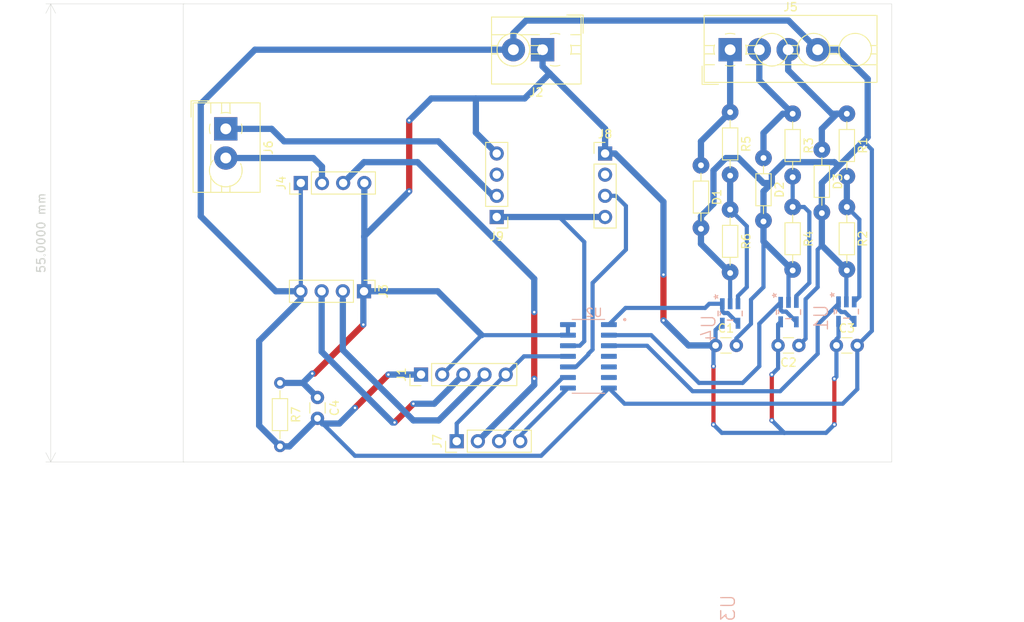
<source format=kicad_pcb>
(kicad_pcb (version 20240108) (generator "pcbnew") (generator_version "8.0")
  (layers (0 "F.Cu" signal) (31 "B.Cu" signal) (34 "B.Paste" user) (35 "F.Paste" user) (36 "B.SilkS" user "B.Silkscreen") (37 "F.SilkS" user "F.Silkscreen") (38 "B.Mask" user) (39 "F.Mask" user) (44 "Edge.Cuts" user))
  (net 0 "")
  (net 1 "Net-(D1-K)")
  (net 2 "Net-(D2-K)")
  (net 3 "GND")
  (net 4 "Net-(D3-K)")
  (net 5 "+3V3")
  (net 6 "Net-(J4-Pin_2)")
  (net 7 "Net-(J1-Pin_5)")
  (net 8 "Net-(J1-Pin_3)")
  (net 9 "Net-(J1-Pin_4)")
  (net 10 "Net-(J6-Pin_1)")
  (net 11 "Net-(U1-+IN)")
  (net 12 "Net-(U3-+IN)")
  (net 13 "Net-(U4-+IN)")
  (net 14 "Net-(J7-Pin_3)")
  (net 15 "Net-(U2-CH1)")
  (net 18 "Net-(U1--IN)")
  (net 20 "Net-(J7-Pin_4)")
  (net 21 "Net-(J8-Pin_3)")
  (net 22 "Net-(J4-Pin_3)")
  (net 25 "Net-(U2-CH0)")
  (footprint "Resistor_THT:R_Axial_DIN0204_L3.6mm_D1.6mm_P7.62mm_Horizontal" (layer "F.Cu") (at 163.5 58.69 -90)
    (property "Reference" "R1" (at 3.81 -1.92 90) (layer "F.SilkS"))
    (property "Value" "R")
    (pad "1" thru_hole circle (at 0 0 270) (size 2 2) (drill 0.7) (layers "*.Cu" "*.Mask") (net 4 "Net-(D3-K)"))
    (pad "2" thru_hole oval (at 7.62 0 270) (size 2 2) (drill 0.7 (offset -0.12 0)) (layers "*.Cu" "*.Mask") (net 11 "Net-(U1-+IN)"))
  )
  (footprint "Capacitor_THT:C_Disc_D3.0mm_W1.6mm_P2.50mm" (layer "F.Cu") (at 100 92.75 -90)
    (property "Reference" "C4" (at 1.25 -2.05 90) (layer "F.SilkS"))
    (property "Value" "C")
    (pad "1" thru_hole circle (at 0 0 270) (size 1.6 1.6) (drill 0.8) (layers "*.Cu" "*.Mask") (net 5 "+3V3"))
    (pad "2" thru_hole circle (at 2.5 0 270) (size 1.6 1.6) (drill 0.8) (layers "*.Cu" "*.Mask") (net 3 "GND"))
  )
  (footprint "Connector_PinHeader_2.54mm:PinHeader_1x04_P2.54mm_Vertical" (layer "F.Cu") (at 116.7 98 90)
    (property "Reference" "J7" (at 0 -2.33 90) (layer "F.SilkS"))
    (property "Value" "Conn_01x04_MountingPin" (hide yes))
    (pad "1" thru_hole rect (at 0 0 90) (size 1.7 1.7) (drill 1) (layers "*.Cu" "*.Mask") (net 7 "Net-(J1-Pin_5)"))
    (pad "2" thru_hole oval (at 0 2.54 90) (size 1.7 1.7) (drill 1) (layers "*.Cu" "*.Mask") (net 22 "Net-(J4-Pin_3)"))
    (pad "3" thru_hole oval (at 0 5.08 90) (size 1.7 1.7) (drill 1) (layers "*.Cu" "*.Mask") (net 14 "Net-(J7-Pin_3)"))
    (pad "4" thru_hole oval (at 0 7.62 90) (size 1.7 1.7) (drill 1) (layers "*.Cu" "*.Mask") (net 20 "Net-(J7-Pin_4)"))
  )
  (footprint "Resistor_THT:R_Axial_DIN0204_L3.6mm_D1.6mm_P7.62mm_Horizontal" (layer "F.Cu") (at 157 58.69 -90)
    (property "Reference" "R3" (at 3.81 -1.92 90) (layer "F.SilkS"))
    (property "Value" "R")
    (pad "1" thru_hole circle (at 0 0 270) (size 2 2) (drill 0.7) (layers "*.Cu" "*.Mask") (net 2 "Net-(D2-K)"))
    (pad "2" thru_hole oval (at 7.62 0 270) (size 2 2) (drill 0.7 (offset -0.12 0)) (layers "*.Cu" "*.Mask") (net 12 "Net-(U3-+IN)"))
  )
  (footprint "TerminalBlock:TerminalBlock_MaiXu_MX126-5.0-04P_1x04_P5.00mm" (layer "F.Cu") (at 149.5 51)
    (property "Reference" "J5" (at 7.25 -5.12 0) (layer "F.SilkS"))
    (property "Value" "Conn_01x04_MountingPin")
    (pad "1" thru_hole rect (at 0 0) (size 2.8 2.8) (drill 1.3) (layers "*.Cu" "*.Mask") (net 1 "Net-(D1-K)"))
    (pad "2" thru_hole circle (at 3.5 0) (size 2.8 2.8) (drill 1.3) (layers "*.Cu" "*.Mask") (net 2 "Net-(D2-K)"))
    (pad "3" thru_hole circle (at 6.960805 -0.000052) (size 2.8 2.8) (drill 1.3) (layers "*.Cu" "*.Mask") (net 4 "Net-(D3-K)"))
    (pad "4" thru_hole circle (at 10.5 0) (size 2.8 2.8) (drill 1.3) (layers "*.Cu" "*.Mask") (net 3 "GND"))
  )
  (footprint "Resistor_THT:R_Axial_DIN0204_L3.6mm_D1.6mm_P7.62mm_Horizontal" (layer "F.Cu") (at 160.5 63 -90)
    (property "Reference" "D3" (at 3.81 -1.92 90) (layer "F.SilkS"))
    (property "Value" "D")
    (pad "1" thru_hole circle (at 0 0 270) (size 2 2) (drill 0.7) (layers "*.Cu" "*.Mask") (net 4 "Net-(D3-K)"))
    (pad "2" thru_hole oval (at 7.62 0 270) (size 2 2) (drill 0.7 (offset -0.12 0)) (layers "*.Cu" "*.Mask") (net 3 "GND"))
  )
  (footprint "Resistor_THT:R_Axial_DIN0204_L3.6mm_D1.6mm_P7.62mm_Horizontal" (layer "F.Cu") (at 153.5 64 -90)
    (property "Reference" "D2" (at 3.81 -1.92 90) (layer "F.SilkS"))
    (property "Value" "D")
    (pad "1" thru_hole circle (at 0 0 270) (size 2 2) (drill 0.7) (layers "*.Cu" "*.Mask") (net 2 "Net-(D2-K)"))
    (pad "2" thru_hole oval (at 7.62 0 270) (size 2 2) (drill 0.7 (offset -0.12 0)) (layers "*.Cu" "*.Mask") (net 3 "GND"))
  )
  (footprint "Resistor_THT:R_Axial_DIN0204_L3.6mm_D1.6mm_P7.62mm_Horizontal" (layer "F.Cu") (at 157 69.88 -90)
    (property "Reference" "R4" (at 3.81 -1.92 90) (layer "F.SilkS"))
    (property "Value" "R")
    (pad "1" thru_hole circle (at 0 0 270) (size 2 2) (drill 0.7) (layers "*.Cu" "*.Mask") (net 12 "Net-(U3-+IN)"))
    (pad "2" thru_hole oval (at 7.62 0 270) (size 2 2) (drill 0.7 (offset -0.12 0)) (layers "*.Cu" "*.Mask") (net 3 "GND"))
  )
  (footprint "Connector_PinHeader_2.54mm:PinHeader_1x04_P2.54mm_Vertical" (layer "F.Cu") (at 105.58 80 -90)
    (property "Reference" "J3" (at 0 -2.33 90) (layer "F.SilkS"))
    (property "Value" "Conn_01x04_MountingPin")
    (pad "1" thru_hole rect (at 0 0 270) (size 1.7 1.7) (drill 1) (layers "*.Cu" "*.Mask") (net 5 "+3V3"))
    (pad "2" thru_hole oval (at 0 2.54 270) (size 1.7 1.7) (drill 1) (layers "*.Cu" "*.Mask") (net 9 "Net-(J1-Pin_4)"))
    (pad "3" thru_hole oval (at 0 5.08 270) (size 1.7 1.7) (drill 1) (layers "*.Cu" "*.Mask") (net 8 "Net-(J1-Pin_3)"))
    (pad "4" thru_hole oval (at 0 7.62 270) (size 1.7 1.7) (drill 1) (layers "*.Cu" "*.Mask") (net 3 "GND"))
  )
  (footprint "Resistor_THT:R_Axial_DIN0204_L3.6mm_D1.6mm_P7.62mm_Horizontal" (layer "F.Cu") (at 146 64.88 -90)
    (property "Reference" "D1" (at 3.81 -1.92 90) (layer "F.SilkS"))
    (property "Value" "D")
    (pad "1" thru_hole circle (at 0 0 270) (size 2 2) (drill 0.7) (layers "*.Cu" "*.Mask") (net 1 "Net-(D1-K)"))
    (pad "2" thru_hole oval (at 7.62 0 270) (size 2 2) (drill 0.7 (offset -0.12 0)) (layers "*.Cu" "*.Mask") (net 3 "GND"))
  )
  (footprint "TerminalBlock:TerminalBlock_MaiXu_MX126-5.0-02P_1x02_P5.00mm" (layer "F.Cu") (at 89 60.5 -90)
    (property "Reference" "J6" (at 2.25 -5.12 90) (layer "F.SilkS"))
    (property "Value" "Conn_01x02")
    (pad "1" thru_hole rect (at 0 0 270) (size 2.8 2.8) (drill 1.3) (layers "*.Cu" "*.Mask") (net 10 "Net-(J6-Pin_1)"))
    (pad "2" thru_hole circle (at 3.5 0 270) (size 2.8 2.8) (drill 1.3) (layers "*.Cu" "*.Mask") (net 6 "Net-(J4-Pin_2)"))
  )
  (footprint "Connector_PinHeader_2.54mm:PinHeader_1x04_P2.54mm_Vertical" (layer "F.Cu") (at 98 67 90)
    (property "Reference" "J4" (at 0 -2.33 90) (layer "F.SilkS"))
    (property "Value" "Conn_01x04_MountingPin" (hide yes))
    (pad "1" thru_hole rect (at 0 0 90) (size 1.7 1.7) (drill 1) (layers "*.Cu" "*.Mask") (net 3 "GND"))
    (pad "2" thru_hole oval (at 0 2.54 90) (size 1.7 1.7) (drill 1) (layers "*.Cu" "*.Mask") (net 6 "Net-(J4-Pin_2)"))
    (pad "3" thru_hole oval (at 0 5.08 90) (size 1.7 1.7) (drill 1) (layers "*.Cu" "*.Mask") (net 22 "Net-(J4-Pin_3)"))
    (pad "4" thru_hole oval (at 0 7.62 90) (size 1.7 1.7) (drill 1) (layers "*.Cu" "*.Mask") (net 5 "+3V3"))
  )
  (footprint "Connector_PinHeader_2.54mm:PinHeader_1x05_P2.54mm_Vertical" (layer "F.Cu") (at 112.42 90 90)
    (property "Reference" "J1" (at 0 -2.33 90) (layer "F.SilkS"))
    (property "Value" "Conn_01x05_MountingPin")
    (pad "1" thru_hole rect (at 0 0 90) (size 1.7 1.7) (drill 1) (layers "*.Cu" "*.Mask") (net 3 "GND"))
    (pad "2" thru_hole oval (at 0 2.54 90) (size 1.7 1.7) (drill 1) (layers "*.Cu" "*.Mask") (net 5 "+3V3"))
    (pad "3" thru_hole oval (at 0 5.08 90) (size 1.7 1.7) (drill 1) (layers "*.Cu" "*.Mask") (net 8 "Net-(J1-Pin_3)"))
    (pad "4" thru_hole oval (at 0 7.62 90) (size 1.7 1.7) (drill 1) (layers "*.Cu" "*.Mask") (net 9 "Net-(J1-Pin_4)"))
    (pad "5" thru_hole oval (at 0 10.16 90) (size 1.7 1.7) (drill 1) (layers "*.Cu" "*.Mask") (net 7 "Net-(J1-Pin_5)"))
  )
  (footprint "Capacitor_THT:C_Disc_D3.0mm_W1.6mm_P2.50mm" (layer "F.Cu") (at 162.25 86.5)
    (property "Reference" "C3" (at 1.25 -2.05 0) (layer "F.SilkS"))
    (property "Value" "C")
    (pad "1" thru_hole circle (at 0 0) (size 1.6 1.6) (drill 0.8) (layers "*.Cu" "*.Mask") (net 5 "+3V3"))
    (pad "2" thru_hole circle (at 2.5 0) (size 1.6 1.6) (drill 0.8) (layers "*.Cu" "*.Mask") (net 3 "GND"))
  )
  (footprint "Capacitor_THT:C_Disc_D3.0mm_W1.6mm_P2.50mm" (layer "F.Cu") (at 147.75 86.5)
    (property "Reference" "C1" (at 1.25 -2.05 0) (layer "F.SilkS"))
    (property "Value" "C")
    (pad "1" thru_hole circle (at 0 0) (size 1.6 1.6) (drill 0.8) (layers "*.Cu" "*.Mask") (net 5 "+3V3"))
    (pad "2" thru_hole circle (at 2.5 0) (size 1.6 1.6) (drill 0.8) (layers "*.Cu" "*.Mask") (net 3 "GND"))
  )
  (footprint "Capacitor_THT:C_Disc_D3.0mm_W1.6mm_P2.50mm" (layer "F.Cu") (at 157.75 86.5 180)
    (property "Reference" "C2" (at 1.25 -2.05 0) (layer "F.SilkS"))
    (property "Value" "C")
    (pad "1" thru_hole circle (at 0 0 180) (size 1.6 1.6) (drill 0.8) (layers "*.Cu" "*.Mask") (net 3 "GND"))
    (pad "2" thru_hole circle (at 2.5 0 180) (size 1.6 1.6) (drill 0.8) (layers "*.Cu" "*.Mask") (net 5 "+3V3"))
  )
  (footprint "Resistor_THT:R_Axial_DIN0204_L3.6mm_D1.6mm_P7.62mm_Horizontal" (layer "F.Cu") (at 149.5 58.5 -90)
    (property "Reference" "R5" (at 3.81 -1.92 90) (layer "F.SilkS"))
    (property "Value" "R")
    (pad "1" thru_hole circle (at 0 0 270) (size 2 2) (drill 0.7) (layers "*.Cu" "*.Mask") (net 1 "Net-(D1-K)"))
    (pad "2" thru_hole oval (at 7.62 0 270) (size 2 2) (drill 0.7 (offset -0.12 0)) (layers "*.Cu" "*.Mask") (net 13 "Net-(U4-+IN)"))
  )
  (footprint "Resistor_THT:R_Axial_DIN0204_L3.6mm_D1.6mm_P7.62mm_Horizontal" (layer "F.Cu") (at 149.5 70.19 -90)
    (property "Reference" "R6" (at 3.81 -1.92 90) (layer "F.SilkS"))
    (property "Value" "R")
    (pad "1" thru_hole circle (at 0 0 270) (size 2 2) (drill 0.7) (layers "*.Cu" "*.Mask") (net 13 "Net-(U4-+IN)"))
    (pad "2" thru_hole oval (at 7.62 0 270) (size 2 2) (drill 0.7 (offset -0.12 0)) (layers "*.Cu" "*.Mask") (net 3 "GND"))
  )
  (footprint "Resistor_THT:R_Axial_DIN0204_L3.6mm_D1.6mm_P7.62mm_Horizontal" (layer "F.Cu") (at 95.5 91 -90)
    (property "Reference" "R7" (at 3.81 -1.92 90) (layer "F.SilkS"))
    (property "Value" "R")
    (pad "1" thru_hole circle (at 0 0 270) (size 1.4 1.4) (drill 0.7) (layers "*.Cu" "*.Mask") (net 5 "+3V3"))
    (pad "2" thru_hole oval (at 7.62 0 270) (size 1.4 1.4) (drill 0.7) (layers "*.Cu" "*.Mask") (net 3 "GND"))
  )
  (footprint "Connector_PinHeader_2.54mm:PinHeader_1x04_P2.54mm_Vertical" (layer "F.Cu") (at 134.5 63.46)
    (property "Reference" "J8" (at 0 -2.33 0) (layer "F.SilkS"))
    (property "Value" "Conn_01x04_MountingPin")
    (pad "1" thru_hole rect (at 0 0) (size 1.7 1.7) (drill 1) (layers "*.Cu" "*.Mask") (net 5 "+3V3"))
    (pad "2" thru_hole oval (at 0 2.54) (size 1.7 1.7) (drill 1) (layers "*.Cu" "*.Mask"))
    (pad "3" thru_hole oval (at 0 5.08) (size 1.7 1.7) (drill 1) (layers "*.Cu" "*.Mask") (net 21 "Net-(J8-Pin_3)"))
    (pad "4" thru_hole oval (at 0 7.62) (size 1.7 1.7) (drill 1) (layers "*.Cu" "*.Mask") (net 3 "GND"))
  )
  (footprint "Connector_PinHeader_2.54mm:PinHeader_1x04_P2.54mm_Vertical" (layer "F.Cu") (at 121.5 71.08 180)
    (property "Reference" "J9" (at 0 -2.33 0) (layer "F.SilkS"))
    (property "Value" "Conn_01x04_MountingPin")
    (pad "1" thru_hole rect (at 0 0 180) (size 1.7 1.7) (drill 1) (layers "*.Cu" "*.Mask") (net 3 "GND"))
    (pad "2" thru_hole oval (at 0 2.54 180) (size 1.7 1.7) (drill 1) (layers "*.Cu" "*.Mask") (net 10 "Net-(J6-Pin_1)"))
    (pad "3" thru_hole oval (at 0 5.08 180) (size 1.7 1.7) (drill 1) (layers "*.Cu" "*.Mask"))
    (pad "4" thru_hole oval (at 0 7.62 180) (size 1.7 1.7) (drill 1) (layers "*.Cu" "*.Mask") (net 5 "+3V3"))
  )
  (footprint "Resistor_THT:R_Axial_DIN0204_L3.6mm_D1.6mm_P7.62mm_Horizontal" (layer "F.Cu") (at 163.5 69.88 -90)
    (property "Reference" "R2" (at 3.81 -1.92 90) (layer "F.SilkS"))
    (property "Value" "R")
    (pad "1" thru_hole circle (at 0 0 270) (size 2 2) (drill 0.7) (layers "*.Cu" "*.Mask") (net 11 "Net-(U1-+IN)"))
    (pad "2" thru_hole oval (at 7.62 0 270) (size 2 2) (drill 0.7 (offset -0.12 0)) (layers "*.Cu" "*.Mask") (net 3 "GND"))
  )
  (footprint "TerminalBlock:TerminalBlock_MaiXu_MX126-5.0-02P_1x02_P5.00mm" (layer "F.Cu") (at 128.5 51 180)
    (property "Reference" "J2" (at 2.25 -5.12 0) (layer "F.SilkS"))
    (property "Value" "Conn_01x02")
    (pad "1" thru_hole rect (at 1.5 0 180) (size 2.8 2.8) (drill 1.3) (layers "*.Cu" "*.Mask") (net 5 "+3V3"))
    (pad "2" thru_hole circle (at 5 0 180) (size 2.8 2.8) (drill 1.3) (layers "*.Cu" "*.Mask") (net 3 "GND"))
  )
  (footprint "Library:AD3603" (layer "B.Cu") (at 149.5 82.6684 -90)
    (property "Reference" "U4" (at 1.7526 2.5814 90) (layer "B.SilkS") (effects (font (size 1.64 1.64)) (justify mirror)))
    (property "Value" "AD8603AUJZ-R2")
    (fp_text user "*" (at -2.0066 1.3716 90) (layer "B.SilkS") (effects (justify mirror)))
    (pad "1" smd rect (at -1.1684 0.9398 270) (size 1.3208 0.5588) (layers "B.Cu" "B.Paste" "B.Mask") (net 25 "Net-(U2-CH0)"))
    (pad "2" smd rect (at -1.1684 0 270) (size 1.3208 0.5588) (layers "B.Cu" "B.Paste" "B.Mask") (net 3 "GND"))
    (pad "3" smd rect (at -1.1684 -0.9398 270) (size 1.3208 0.5588) (layers "B.Cu" "B.Paste" "B.Mask") (net 13 "Net-(U4-+IN)"))
    (pad "4" smd rect (at 1.1684 -0.9398 270) (size 1.3208 0.5588) (layers "B.Cu" "B.Paste" "B.Mask") (net 25 "Net-(U2-CH0)"))
    (pad "5" smd rect (at 1.1684 0.9398 270) (size 1.3208 0.5588) (layers "B.Cu" "B.Paste" "B.Mask") (net 5 "+3V3"))
  )
  (footprint "Library:MCP3004 ISL" (layer "B.Cu") (at 132.5 87.81 180)
    (property "Reference" "U2" (at -0.675 5.242 0) (layer "B.SilkS") (effects (justify mirror)))
    (property "Value" "MCP3004-I_P")
    (pad "1" smd roundrect (at -2.455 3.81 180) (size 1.9 0.6) (layers "B.Cu" "B.Paste" "B.Mask") (roundrect_rratio 0.125) (net 25 "Net-(U2-CH0)"))
    (pad "2" smd roundrect (at -2.455 2.54 180) (size 1.9 0.6) (layers "B.Cu" "B.Paste" "B.Mask") (roundrect_rratio 0.125) (net 15 "Net-(U2-CH1)"))
    (pad "3" smd roundrect (at -2.455 1.27 180) (size 1.9 0.6) (layers "B.Cu" "B.Paste" "B.Mask") (roundrect_rratio 0.125) (net 18 "Net-(U1--IN)"))
    (pad "4" smd roundrect (at -2.455 0 180) (size 1.9 0.6) (layers "B.Cu" "B.Paste" "B.Mask") (roundrect_rratio 0.125))
    (pad "5" smd roundrect (at -2.455 -1.27 180) (size 1.9 0.6) (layers "B.Cu" "B.Paste" "B.Mask") (roundrect_rratio 0.125))
    (pad "6" smd roundrect (at -2.455 -2.54 180) (size 1.9 0.6) (layers "B.Cu" "B.Paste" "B.Mask") (roundrect_rratio 0.125))
    (pad "7" smd roundrect (at -2.455 -3.81 180) (size 1.9 0.6) (layers "B.Cu" "B.Paste" "B.Mask") (roundrect_rratio 0.125) (net 3 "GND"))
    (pad "8" smd roundrect (at 2.455 -3.81 180) (size 1.9 0.6) (layers "B.Cu" "B.Paste" "B.Mask") (roundrect_rratio 0.125) (net 20 "Net-(J7-Pin_4)"))
    (pad "9" smd roundrect (at 2.455 -2.54 180) (size 1.9 0.6) (layers "B.Cu" "B.Paste" "B.Mask") (roundrect_rratio 0.125) (net 14 "Net-(J7-Pin_3)"))
    (pad "10" smd roundrect (at 2.455 -1.27 180) (size 1.9 0.6) (layers "B.Cu" "B.Paste" "B.Mask") (roundrect_rratio 0.125) (net 21 "Net-(J8-Pin_3)"))
    (pad "11" smd roundrect (at 2.455 0 180) (size 1.9 0.6) (layers "B.Cu" "B.Paste" "B.Mask") (roundrect_rratio 0.125) (net 7 "Net-(J1-Pin_5)"))
    (pad "12" smd roundrect (at 2.455 1.27 180) (size 1.9 0.6) (layers "B.Cu" "B.Paste" "B.Mask") (roundrect_rratio 0.125) (net 3 "GND"))
    (pad "13" smd roundrect (at 2.455 2.54 180) (size 1.9 0.6) (layers "B.Cu" "B.Paste" "B.Mask") (roundrect_rratio 0.125) (net 5 "+3V3"))
    (pad "14" smd roundrect (at 2.455 3.81 180) (size 1.9 0.6) (layers "B.Cu" "B.Paste" "B.Mask") (roundrect_rratio 0.125) (net 5 "+3V3"))
  )
  (footprint "Library:AD3603" (layer "B.Cu") (at 156.5 82.5 -90)
    (property "Reference" "U3" (at 35.5252 7.2436 90) (layer "B.SilkS") (effects (font (size 1.64 1.64)) (justify mirror)))
    (property "Value" "AD8603AUJZ-R2")
    (fp_text user "*" (at -2.0066 1.3716 90) (layer "B.SilkS") (effects (justify mirror)))
    (pad "1" smd rect (at -1.1684 0.9398 270) (size 1.3208 0.5588) (layers "B.Cu" "B.Paste" "B.Mask") (net 15 "Net-(U2-CH1)"))
    (pad "2" smd rect (at -1.1684 0 270) (size 1.3208 0.5588) (layers "B.Cu" "B.Paste" "B.Mask") (net 3 "GND"))
    (pad "3" smd rect (at -1.1684 -0.9398 270) (size 1.3208 0.5588) (layers "B.Cu" "B.Paste" "B.Mask") (net 12 "Net-(U3-+IN)"))
    (pad "4" smd rect (at 1.1684 -0.9398 270) (size 1.3208 0.5588) (layers "B.Cu" "B.Paste" "B.Mask") (net 15 "Net-(U2-CH1)"))
    (pad "5" smd rect (at 1.1684 0.9398 270) (size 1.3208 0.5588) (layers "B.Cu" "B.Paste" "B.Mask") (net 5 "+3V3"))
  )
  (footprint "Library:AD3603" (layer "B.Cu") (at 163.4398 82.4398 -90)
    (property "Reference" "U1" (at 0.7526 3.0212 90) (layer "B.SilkS") (effects (font (size 1.64 1.64)) (justify mirror)))
    (property "Value" "AD8603AUJZ-R2")
    (fp_text user "*" (at -2.0066 1.3716 90) (layer "B.SilkS") (effects (justify mirror)))
    (pad "1" smd rect (at -1.1684 0.9398 270) (size 1.3208 0.5588) (layers "B.Cu" "B.Paste" "B.Mask") (net 18 "Net-(U1--IN)"))
    (pad "2" smd rect (at -1.1684 0 270) (size 1.3208 0.5588) (layers "B.Cu" "B.Paste" "B.Mask") (net 3 "GND"))
    (pad "3" smd rect (at -1.1684 -0.9398 270) (size 1.3208 0.5588) (layers "B.Cu" "B.Paste" "B.Mask") (net 11 "Net-(U1-+IN)"))
    (pad "4" smd rect (at 1.1684 -0.9398 270) (size 1.3208 0.5588) (layers "B.Cu" "B.Paste" "B.Mask") (net 18 "Net-(U1--IN)"))
    (pad "5" smd rect (at 1.1684 0.9398 270) (size 1.3208 0.5588) (layers "B.Cu" "B.Paste" "B.Mask") (net 5 "+3V3"))
  )
  (gr_rect (start 83.89 45.5) (end 168.89 100.5) (stroke (width 0.05)) (fill none) (layer "Edge.Cuts"))
  (dimension (type aligned) (layer "Edge.Cuts") (pts (xy 84.5 100.5) (xy 84.5 45.5)) (height -16.5) (gr_text "55,0000 mm" (at 66.85 73 90) (layer "Edge.Cuts") (effects (font (size 1 1) (thickness 0.15)))) (format (prefix "") (suffix "") (units 3) (units_format 1) (precision 4)) (style (thickness 0.05) (arrow_length 1.27) (text_position_mode 0) (extension_height 0.58642) (extension_offset 0.5) keep_text_aligned))
  (segment (start 149.5 58.5) (end 146 62) (width 0.75) (layer "B.Cu") (net 1))
  (segment (start 146 62) (end 146 64.88) (width 0.75) (layer "B.Cu") (net 1))
  (segment (start 149.5 51) (end 149.5 58.5) (width 0.75) (layer "B.Cu") (net 1))
  (segment (start 153 54.69) (end 157 58.69) (width 0.75) (layer "B.Cu") (net 2))
  (segment (start 153 51) (end 153 54.69) (width 0.75) (layer "B.Cu") (net 2))
  (segment (start 153.5 61) (end 153.5 64) (width 0.75) (layer "B.Cu") (net 2))
  (segment (start 155.81 58.69) (end 153.5 61) (width 0.75) (layer "B.Cu") (net 2))
  (segment (start 157 58.69) (end 155.81 58.69) (width 0.75) (layer "B.Cu") (net 2))
  (segment (start 108.5 90) (end 104.5 94) (width 0.75) (layer "F.Cu") (net 3))
  (via (at 108.5 90) (size 0.6) (drill 0.3) (layers "F.Cu" "B.Cu") (net 3))
  (via (at 104.5 94) (size 0.6) (drill 0.3) (layers "F.Cu" "B.Cu") (net 3))
  (segment (start 97.96 80) (end 97.96 79.54) (width 0.5) (layer "B.Cu") (net 3))
  (segment (start 104.5 99.75) (end 100.625 95.875) (width 0.5) (layer "B.Cu") (net 3))
  (segment (start 160 79.5) (end 160 75) (width 0.5) (layer "B.Cu") (net 3))
  (segment (start 154.503439 67.003439) (end 154.503439 65.996561) (width 0.75) (layer "B.Cu") (net 3))
  (segment (start 152 83.901851) (end 152 81) (width 0.5) (layer "B.Cu") (net 3))
  (segment (start 126.825 99.75) (end 104.5 99.75) (width 0.5) (layer "B.Cu") (net 3))
  (segment (start 162.5 65) (end 160.5 67) (width 0.75) (layer "B.Cu") (net 3))
  (segment (start 153.5 68.006877) (end 154.503439 67.003439) (width 0.75) (layer "B.Cu") (net 3))
  (segment (start 164.75 91.75) (end 164.75 86.5) (width 0.5) (layer "B.Cu") (net 3))
  (segment (start 147.5 65.5) (end 149 64) (width 0.75) (layer "B.Cu") (net 3))
  (segment (start 130.045 86.54) (end 131.46 86.54) (width 0.5) (layer "B.Cu") (net 3))
  (segment (start 163.4398 81.2714) (end 163.4398 77.5602) (width 0.5) (layer "B.Cu") (net 3))
  (segment (start 98 79.96) (end 97.96 80) (width 0.5) (layer "B.Cu") (net 3))
  (segment (start 132 74.08) (end 129 71.08) (width 0.5) (layer "B.Cu") (net 3))
  (segment (start 156.5 81.3316) (end 156.5 78) (width 0.5) (layer "B.Cu") (net 3))
  (segment (start 131.46 86.54) (end 132 86) (width 0.5) (layer "B.Cu") (net 3))
  (segment (start 158.549999 80.950001) (end 160 79.5) (width 0.5) (layer "B.Cu") (net 3))
  (segment (start 136.835 93.5) (end 163 93.5) (width 0.5) (layer "B.Cu") (net 3))
  (segment (start 134.955 91.62) (end 126.825 99.75) (width 0.5) (layer "B.Cu") (net 3))
  (segment (start 92.5 51) (end 86 57.5) (width 0.75) (layer "B.Cu") (net 3))
  (segment (start 163.4398 77.5602) (end 163.5 77.5) (width 0.5) (layer "B.Cu") (net 3))
  (segment (start 160.5 67) (end 160.5 70.62) (width 0.75) (layer "B.Cu") (net 3))
  (segment (start 162 64.5) (end 162.5 65) (width 0.75) (layer "B.Cu") (net 3))
  (segment (start 104.5 94) (end 102.625 95.875) (width 0.75) (layer "B.Cu") (net 3))
  (segment (start 123.5 49.020102) (end 125.020102 47.5) (width 0.75) (layer "B.Cu") (net 3))
  (segment (start 160.5 70.62) (end 160.5 74.5) (width 0.75) (layer "B.Cu") (net 3))
  (segment (start 153.503439 67.003439) (end 154.503439 67.003439) (width 0.75) (layer "B.Cu") (net 3))
  (segment (start 150.5 64) (end 153.503439 67.003439) (width 0.75) (layer "B.Cu") (net 3))
  (segment (start 160 51) (end 156.5 47.5) (width 0.75) (layer "B.Cu") (net 3))
  (segment (start 153.5 79.5) (end 153.5 74) (width 0.5) (layer "B.Cu") (net 3))
  (segment (start 86 57.5) (end 86 71) (width 0.75) (layer "B.Cu") (net 3))
  (segment (start 97.96 79.54) (end 98 79.5) (width 0.5) (layer "B.Cu") (net 3))
  (segment (start 150.25 86.5) (end 150.25 85.651851) (width 0.5) (layer "B.Cu") (net 3))
  (segment (start 165.5 62) (end 162.5 65) (width 0.75) (layer "B.Cu") (net 3))
  (segment (start 147.5 69.5) (end 147.5 65.5) (width 0.75) (layer "B.Cu") (net 3))
  (segment (start 98 80.96) (end 97.96 81) (width 0.75) (layer "B.Cu") (net 3))
  (segment (start 146 71) (end 147.5 69.5) (width 0.75) (layer "B.Cu") (net 3))
  (segment (start 156.5 78) (end 157 77.5) (width 0.5) (layer "B.Cu") (net 3))
  (segment (start 86 71) (end 95 80) (width 0.75) (layer "B.Cu") (net 3))
  (segment (start 95 80) (end 97.96 80) (width 0.75) (layer "B.Cu") (net 3))
  (segment (start 154.503439 65.996561) (end 156 64.5) (width 0.75) (layer "B.Cu") (net 3))
  (segment (start 146 72.5) (end 146 74.31) (width 0.75) (layer "B.Cu") (net 3))
  (segment (start 162.5 51) (end 166 54.5) (width 0.75) (layer "B.Cu") (net 3))
  (segment (start 160 75) (end 160.5 74.5) (width 0.5) (layer "B.Cu") (net 3))
  (segment (start 95.5 98.62) (end 96.63 98.62) (width 0.75) (layer "B.Cu") (net 3))
  (segment (start 96.63 98.62) (end 100 95.25) (width 0.75) (layer "B.Cu") (net 3))
  (segment (start 158.549999 85.700001) (end 158.549999 80.950001) (width 0.5) (layer "B.Cu") (net 3))
  (segment (start 160.5 74.5) (end 163.5 77.5) (width 0.75) (layer "B.Cu") (net 3))
  (segment (start 146 72.5) (end 146 71) (width 0.75) (layer "B.Cu") (net 3))
  (segment (start 153.5 74) (end 157 77.5) (width 0.75) (layer "B.Cu") (net 3))
  (segment (start 149.5 81.5) (end 149.5 77.81) (width 0.5) (layer "B.Cu") (net 3))
  (segment (start 166.5 63) (end 165.5 62) (width 0.5) (layer "B.Cu") (net 3))
  (segment (start 93 85.96) (end 93 96.12) (width 0.75) (layer "B.Cu") (net 3))
  (segment (start 150.25 85.651851) (end 152 83.901851) (width 0.5) (layer "B.Cu") (net 3))
  (segment (start 97.96 81) (end 93 85.96) (width 0.75) (layer "B.Cu") (net 3))
  (segment (start 97.96 80) (end 97.96 81) (width 0.5) (layer "B.Cu") (net 3))
  (segment (start 98 79.5) (end 98 67) (width 0.5) (layer "B.Cu") (net 3))
  (segment (start 123.5 51) (end 123.5 49.020102) (width 0.75) (layer "B.Cu") (net 3))
  (segment (start 100.625 95.875) (end 100 95.25) (width 0.5) (layer "B.Cu") (net 3))
  (segment (start 102.625 95.875) (end 100.625 95.875) (width 0.75) (layer "B.Cu") (net 3))
  (segment (start 153.5 71.62) (end 153.5 68.006877) (width 0.75) (layer "B.Cu") (net 3))
  (segment (start 146 74.31) (end 149.5 77.81) (width 0.75) (layer "B.Cu") (net 3))
  (segment (start 149 64) (end 150.5 64) (width 0.75) (layer "B.Cu") (net 3))
  (segment (start 134.955 91.62) (end 136.835 93.5) (width 0.5) (layer "B.Cu") (net 3))
  (segment (start 132 74.08) (end 132 86) (width 0.5) (layer "B.Cu") (net 3))
  (segment (start 121.5 71.08) (end 134.5 71.08) (width 0.75) (layer "B.Cu") (net 3))
  (segment (start 153.5 71.62) (end 153.5 74) (width 0.75) (layer "B.Cu") (net 3))
  (segment (start 166 61.5) (end 165.5 62) (width 0.75) (layer "B.Cu") (net 3))
  (segment (start 156 64.5) (end 162 64.5) (width 0.75) (layer "B.Cu") (net 3))
  (segment (start 123.5 51) (end 92.5 51) (width 0.75) (layer "B.Cu") (net 3))
  (segment (start 112.42 90) (end 108.5 90) (width 0.75) (layer "B.Cu") (net 3))
  (segment (start 97.96 67.04) (end 98 67) (width 0.5) (layer "B.Cu") (net 3))
  (segment (start 166.5 84.75) (end 166.5 63) (width 0.5) (layer "B.Cu") (net 3))
  (segment (start 156.5 47.5) (end 125.020102 47.5) (width 0.75) (layer "B.Cu") (net 3))
  (segment (start 152 81) (end 153.5 79.5) (width 0.5) (layer "B.Cu") (net 3))
  (segment (start 163 93.5) (end 164.75 91.75) (width 0.5) (layer "B.Cu") (net 3))
  (segment (start 164.75 86.5) (end 166.5 84.75) (width 0.5) (layer "B.Cu") (net 3))
  (segment (start 166 54.5) (end 166 61.5) (width 0.75) (layer "B.Cu") (net 3))
  (segment (start 157.75 86.5) (end 158.549999 85.700001) (width 0.5) (layer "B.Cu") (net 3))
  (segment (start 160 51) (end 162.5 51) (width 0.75) (layer "B.Cu") (net 3))
  (segment (start 93 96.12) (end 95.5 98.62) (width 0.75) (layer "B.Cu") (net 3))
  (segment (start 156.460805 50.999948) (end 156.460805 53.460805) (width 0.75) (layer "B.Cu") (net 4))
  (segment (start 156.460805 53.460805) (end 161.69 58.69) (width 0.75) (layer "B.Cu") (net 4))
  (segment (start 161.69 58.69) (end 163.5 58.69) (width 0.75) (layer "B.Cu") (net 4))
  (segment (start 162.31 58.69) (end 160.5 60.5) (width 0.75) (layer "B.Cu") (net 4))
  (segment (start 163.5 58.69) (end 162.31 58.69) (width 0.75) (layer "B.Cu") (net 4))
  (segment (start 160.5 60.5) (end 160.5 63) (width 0.75) (layer "B.Cu") (net 4))
  (segment (start 154.5 90) (end 154.5 95.5) (width 0.5) (layer "F.Cu") (net 5))
  (segment (start 141.5 78) (end 141.5 83.5) (width 0.75) (layer "F.Cu") (net 5))
  (segment (start 147.5 96) (end 147.5 89) (width 0.5) (layer "F.Cu") (net 5))
  (segment (start 99.375 89.875) (end 99.625 89.875) (width 0.75) (layer "F.Cu") (net 5))
  (segment (start 162 90.5) (end 162 96) (width 0.5) (layer "F.Cu") (net 5))
  (segment (start 99.625 89.875) (end 105.5 84) (width 0.75) (layer "F.Cu") (net 5))
  (segment (start 111 68) (end 111 59.5) (width 0.75) (layer "F.Cu") (net 5))
  (via (at 105.5 84) (size 0.6) (drill 0.3) (layers "F.Cu" "B.Cu") (net 5))
  (via (at 111 68) (size 0.6) (drill 0.3) (layers "F.Cu" "B.Cu") (net 5))
  (via (at 147.5 96) (size 0.6) (drill 0.3) (layers "F.Cu" "B.Cu") (net 5))
  (via (at 147.5 89) (size 0.6) (drill 0.3) (layers "F.Cu" "B.Cu") (net 5))
  (via (at 154.5 95.5) (size 0.6) (drill 0.3) (layers "F.Cu" "B.Cu") (net 5))
  (via (at 141.5 83.5) (size 0.6) (drill 0.3) (layers "F.Cu" "B.Cu") (net 5))
  (via (at 141.5 78) (size 0.6) (drill 0.3) (layers "F.Cu" "B.Cu") (net 5))
  (via (at 162 96) (size 0.6) (drill 0.3) (layers "F.Cu" "B.Cu") (net 5))
  (via (at 162 90.5) (size 0.6) (drill 0.3) (layers "F.Cu" "B.Cu") (net 5))
  (via (at 154.5 90) (size 0.6) (drill 0.3) (layers "F.Cu" "B.Cu") (net 5))
  (via (at 111 59.5) (size 0.6) (drill 0.3) (layers "F.Cu" "B.Cu") (net 5))
  (via (at 99.375 89.875) (size 0.6) (drill 0.3) (layers "F.Cu" "B.Cu") (net 5))
  (segment (start 105.62 73.5) (end 105.62 73.38) (width 0.75) (layer "B.Cu") (net 5))
  (segment (start 105.62 73.5) (end 105.62 79.96) (width 0.75) (layer "B.Cu") (net 5))
  (segment (start 114.42 80) (end 105.58 80) (width 0.75) (layer "B.Cu") (net 5))
  (segment (start 148.5 97) (end 156 97) (width 0.5) (layer "B.Cu") (net 5))
  (segment (start 155.25 83.9786) (end 155.5602 83.6684) (width 0.5) (layer "B.Cu") (net 5))
  (segment (start 134.5 60.5) (end 134.5 63.46) (width 0.75) (layer "B.Cu") (net 5))
  (segment (start 162.5 85.5) (end 162.25 85.75) (width 0.5) (layer "B.Cu") (net 5))
  (segment (start 162 90.5) (end 162.25 90.25) (width 0.5) (layer "B.Cu") (net 5))
  (segment (start 141.5 83.5) (end 144.5 86.5) (width 0.75) (layer "B.Cu") (net 5))
  (segment (start 147.5 96) (end 148.5 97) (width 0.5) (layer "B.Cu") (net 5))
  (segment (start 105.62 73.38) (end 111 68) (width 0.75) (layer "B.Cu") (net 5))
  (segment (start 105.62 67) (end 105.62 73.5) (width 0.75) (layer "B.Cu") (net 5))
  (segment (start 127.85 53.85) (end 134.5 60.5) (width 0.75) (layer "B.Cu") (net 5))
  (segment (start 156 97) (end 161 97) (width 0.5) (layer "B.Cu") (net 5))
  (segment (start 99.375 89.875) (end 98.25 91) (width 0.75) (layer "B.Cu") (net 5))
  (segment (start 105.5 80.08) (end 105.58 80) (width 0.75) (layer "B.Cu") (net 5))
  (segment (start 111 59.5) (end 113.65 56.85) (width 0.75) (layer "B.Cu") (net 5))
  (segment (start 162.25 90.25) (end 162.25 86.5) (width 0.5) (layer "B.Cu") (net 5))
  (segment (start 119 56.85) (end 119 60.96) (width 0.75) (layer "B.Cu") (net 5))
  (segment (start 141.5 69.26) (end 141.5 78) (width 0.75) (layer "B.Cu") (net 5))
  (segment (start 130.045 85.27) (end 130.045 84) (width 0.5) (layer "B.Cu") (net 5))
  (segment (start 113.65 56.85) (end 119 56.85) (width 0.75) (layer "B.Cu") (net 5))
  (segment (start 127 53) (end 127.85 53.85) (width 0.75) (layer "B.Cu") (net 5))
  (segment (start 147.5 89) (end 147.5 86.75) (width 0.5) (layer "B.Cu") (net 5))
  (segment (start 147.5 86.75) (end 147.75 86.5) (width 0.5) (layer "B.Cu") (net 5))
  (segment (start 144.5 86.5) (end 147.75 86.5) (width 0.75) (layer "B.Cu") (net 5))
  (segment (start 119.69 85.27) (end 114.42 80) (width 0.75) (layer "B.Cu") (net 5))
  (segment (start 95.5 91) (end 98.25 91) (width 0.75) (layer "B.Cu") (net 5))
  (segment (start 98.25 91) (end 100 92.75) (width 0.75) (layer "B.Cu") (net 5))
  (segment (start 161 97) (end 162 96) (width 0.5) (layer "B.Cu") (net 5))
  (segment (start 127 51) (end 127 53) (width 0.75) (layer "B.Cu") (net 5))
  (segment (start 119 56.85) (end 124.85 56.85) (width 0.75) (layer "B.Cu") (net 5))
  (segment (start 105.5 84) (end 105.5 80.08) (width 0.75) (layer "B.Cu") (net 5))
  (segment (start 114.96 90) (end 119.69 85.27) (width 0.5) (layer "B.Cu") (net 5))
  (segment (start 155.25 86.5) (end 155.25 89.25) (width 0.5) (layer "B.Cu") (net 5))
  (segment (start 119 60.96) (end 121.5 63.46) (width 0.75) (layer "B.Cu") (net 5))
  (segment (start 155.25 86.5) (end 155.25 83.9786) (width 0.5) (layer "B.Cu") (net 5))
  (segment (start 124.85 56.85) (end 127.85 53.85) (width 0.75) (layer "B.Cu") (net 5))
  (segment (start 154.5 95.5) (end 156 97) (width 0.5) (layer "B.Cu") (net 5))
  (segment (start 162.25 86.5) (end 162.25 85.75) (width 0.5) (layer "B.Cu") (net 5))
  (segment (start 105.62 79.96) (end 105.58 80) (width 0.75) (layer "B.Cu") (net 5))
  (segment (start 134.5 63.46) (end 135.7 63.46) (width 0.75) (layer "B.Cu") (net 5))
  (segment (start 162.5 85.5) (end 162.5 83.6082) (width 0.5) (layer "B.Cu") (net 5))
  (segment (start 119.69 85.27) (end 130.045 85.27) (width 0.5) (layer "B.Cu") (net 5))
  (segment (start 147.75 84.647) (end 148.5602 83.8368) (width 0.5) (layer "B.Cu") (net 5))
  (segment (start 135.7 63.46) (end 141.5 69.26) (width 0.75) (layer "B.Cu") (net 5))
  (segment (start 155.25 89.25) (end 154.5 90) (width 0.5) (layer "B.Cu") (net 5))
  (segment (start 147.75 86.5) (end 147.75 84.647) (width 0.5) (layer "B.Cu") (net 5))
  (segment (start 99.5 64) (end 89 64) (width 0.75) (layer "B.Cu") (net 6))
  (segment (start 100.54 65.04) (end 99.5 64) (width 0.75) (layer "B.Cu") (net 6))
  (segment (start 100.54 65.04) (end 100.54 67) (width 0.75) (layer "B.Cu") (net 6))
  (segment (start 122.58 90) (end 124.77 87.81) (width 0.5) (layer "B.Cu") (net 7))
  (segment (start 124.77 87.81) (end 130.045 87.81) (width 0.5) (layer "B.Cu") (net 7))
  (segment (start 116.7 95.88) (end 122.58 90) (width 0.5) (layer "B.Cu") (net 7))
  (segment (start 116.7 98) (end 116.7 95.88) (width 0.5) (layer "B.Cu") (net 7))
  (segment (start 111.5 93.5) (end 109.25 95.75) (width 0.75) (layer "F.Cu") (net 8))
  (via (at 111.5 93.5) (size 0.6) (drill 0.3) (layers "F.Cu" "B.Cu") (net 8))
  (via (at 109.25 95.75) (size 0.6) (drill 0.3) (layers "F.Cu" "B.Cu") (net 8))
  (segment (start 111.5 93.5) (end 114 93.5) (width 0.75) (layer "B.Cu") (net 8))
  (segment (start 100.5 87.25) (end 100.5 80) (width 0.75) (layer "B.Cu") (net 8))
  (segment (start 109.25 95.75) (end 109 95.75) (width 0.75) (layer "B.Cu") (net 8))
  (segment (start 114 93.5) (end 117.5 90) (width 0.75) (layer "B.Cu") (net 8))
  (segment (start 109 95.75) (end 100.5 87.25) (width 0.75) (layer "B.Cu") (net 8))
  (segment (start 120.04 90) (end 114.54 95.5) (width 0.75) (layer "B.Cu") (net 9))
  (segment (start 103.04 80) (end 103.04 81) (width 0.5) (layer "B.Cu") (net 9))
  (segment (start 114.54 95.5) (end 111.5 95.5) (width 0.75) (layer "B.Cu") (net 9))
  (segment (start 103.04 87.04) (end 103.04 81) (width 0.75) (layer "B.Cu") (net 9))
  (segment (start 111.5 95.5) (end 103.04 87.04) (width 0.75) (layer "B.Cu") (net 9))
  (segment (start 121.04 68.54) (end 121.5 68.54) (width 0.75) (layer "B.Cu") (net 10))
  (segment (start 89 60.5) (end 94.5 60.5) (width 0.75) (layer "B.Cu") (net 10))
  (segment (start 114.5 62) (end 121.04 68.54) (width 0.75) (layer "B.Cu") (net 10))
  (segment (start 94.5 60.5) (end 96 62) (width 0.75) (layer "B.Cu") (net 10))
  (segment (start 96 62) (end 114.5 62) (width 0.75) (layer "B.Cu") (net 10))
  (segment (start 165 80.651) (end 165 71.38) (width 0.5) (layer "B.Cu") (net 11))
  (segment (start 165 71.38) (end 163.5 69.88) (width 0.5) (layer "B.Cu") (net 11))
  (segment (start 163.5 66.31) (end 163.5 69.88) (width 0.75) (layer "B.Cu") (net 11))
  (segment (start 164.3796 81.2714) (end 165 80.651) (width 0.5) (layer "B.Cu") (net 11))
  (segment (start 157.4398 81.3316) (end 157.4398 80.5602) (width 0.5) (layer "B.Cu") (net 12))
  (segment (start 157.4398 80.5602) (end 159 79) (width 0.5) (layer "B.Cu") (net 12))
  (segment (start 157 66.31) (end 157 69.88) (width 0.5) (layer "B.Cu") (net 12))
  (segment (start 158.38 69.88) (end 157 69.88) (width 0.5) (layer "B.Cu") (net 12))
  (segment (start 159 79) (end 159 70.5) (width 0.5) (layer "B.Cu") (net 12))
  (segment (start 159 70.5) (end 158.38 69.88) (width 0.5) (layer "B.Cu") (net 12))
  (segment (start 151.5 72.19) (end 149.5 70.19) (width 0.5) (layer "B.Cu") (net 13))
  (segment (start 150.4398 80.5602) (end 151.5 79.5) (width 0.5) (layer "B.Cu") (net 13))
  (segment (start 149.5 66.12) (end 149.5 70.19) (width 0.75) (layer "B.Cu") (net 13))
  (segment (start 151.5 79.5) (end 151.5 72.19) (width 0.5) (layer "B.Cu") (net 13))
  (segment (start 150.4398 81.5) (end 150.4398 80.5602) (width 0.5) (layer "B.Cu") (net 13))
  (segment (start 129.43 90.35) (end 121.78 98) (width 0.5) (layer "B.Cu") (net 14))
  (segment (start 130.045 90.35) (end 129.43 90.35) (width 0.5) (layer "B.Cu") (net 14))
  (segment (start 155.7706 82.442) (end 156.2134 82.442) (width 0.5) (layer "B.Cu") (net 15))
  (segment (start 145.76 91) (end 140.03 85.27) (width 0.5) (layer "B.Cu") (net 15))
  (segment (start 156.2134 82.442) (end 157.4398 83.6684) (width 0.5) (layer "B.Cu") (net 15))
  (segment (start 140.03 85.27) (end 134.955 85.27) (width 0.5) (layer "B.Cu") (net 15))
  (segment (start 155.5602 81.3316) (end 155.5602 82.2316) (width 0.5) (layer "B.Cu") (net 15))
  (segment (start 155.5602 82.2316) (end 155.7706 82.442) (width 0.5) (layer "B.Cu") (net 15))
  (segment (start 153 89) (end 151 91) (width 0.5) (layer "B.Cu") (net 15))
  (segment (start 151 91) (end 145.76 91) (width 0.5) (layer "B.Cu") (net 15))
  (segment (start 155.5602 81.3316) (end 153 83.8918) (width 0.5) (layer "B.Cu") (net 15))
  (segment (start 153 83.8918) (end 153 89) (width 0.5) (layer "B.Cu") (net 15))
  (segment (start 160 84) (end 162.5 81.5) (width 0.5) (layer "B.Cu") (net 18))
  (segment (start 162.5 81.5) (end 162.5 81.2714) (width 0.5) (layer "B.Cu") (net 18))
  (segment (start 134.955 86.54) (end 139.54 86.54) (width 0.5) (layer "B.Cu") (net 18))
  (segment (start 162.8286 82.5) (end 163.2714 82.5) (width 0.5) (layer "B.Cu") (net 18))
  (segment (start 163.2714 82.5) (end 164.3796 83.6082) (width 0.5) (layer "B.Cu") (net 18))
  (segment (start 145 92) (end 155.5 92) (width 0.5) (layer "B.Cu") (net 18))
  (segment (start 160 87.5) (end 160 84) (width 0.5) (layer "B.Cu") (net 18))
  (segment (start 155.5 92) (end 160 87.5) (width 0.5) (layer "B.Cu") (net 18))
  (segment (start 162.5 82.1714) (end 162.8286 82.5) (width 0.5) (layer "B.Cu") (net 18))
  (segment (start 162.5 81.2714) (end 162.5 82.1714) (width 0.5) (layer "B.Cu") (net 18))
  (segment (start 139.54 86.54) (end 145 92) (width 0.5) (layer "B.Cu") (net 18))
  (segment (start 130.045 91.62) (end 124.32 97.345) (width 0.5) (layer "B.Cu") (net 20))
  (segment (start 124.32 97.345) (end 124.32 98) (width 0.5) (layer "B.Cu") (net 20))
  (segment (start 132.5 87.5) (end 132.5 87.574999) (width 0.5) (layer "B.Cu") (net 21))
  (segment (start 137 75) (end 133 79) (width 0.5) (layer "B.Cu") (net 21))
  (segment (start 133 79) (end 133 87) (width 0.5) (layer "B.Cu") (net 21))
  (segment (start 134.5 68.54) (end 135.78 68.54) (width 0.5) (layer "B.Cu") (net 21))
  (segment (start 135.78 68.54) (end 137 69.76) (width 0.5) (layer "B.Cu") (net 21))
  (segment (start 137 75) (end 137 69.76) (width 0.5) (layer "B.Cu") (net 21))
  (segment (start 130.994999 89.08) (end 130.045 89.08) (width 0.5) (layer "B.Cu") (net 21))
  (segment (start 133 87) (end 132.5 87.5) (width 0.5) (layer "B.Cu") (net 21))
  (segment (start 132.5 87.574999) (end 130.994999 89.08) (width 0.5) (layer "B.Cu") (net 21))
  (segment (start 126 90.5) (end 126 82.5) (width 0.75) (layer "F.Cu") (net 22))
  (via (at 126 90.5) (size 0.6) (drill 0.3) (layers "F.Cu" "B.Cu") (net 22))
  (via (at 126 82.5) (size 0.6) (drill 0.3) (layers "F.Cu" "B.Cu") (net 22))
  (segment (start 112 64.5) (end 105.58 64.5) (width 0.75) (layer "B.Cu") (net 22))
  (segment (start 119.24 98) (end 126 91.24) (width 0.75) (layer "B.Cu") (net 22))
  (segment (start 105.58 64.5) (end 103.08 67) (width 0.75) (layer "B.Cu") (net 22))
  (segment (start 126 82.5) (end 126 78.5) (width 0.75) (layer "B.Cu") (net 22))
  (segment (start 126 78.5) (end 112 64.5) (width 0.75) (layer "B.Cu") (net 22))
  (segment (start 126 91.24) (end 126 90.5) (width 0.75) (layer "B.Cu") (net 22))
  (segment (start 150.4398 83.8368) (end 149.2134 82.6104) (width 0.5) (layer "B.Cu") (net 25))
  (segment (start 136.955 82) (end 146.5 82) (width 0.5) (layer "B.Cu") (net 25))
  (segment (start 148.5602 82.4) (end 148.5602 81.5) (width 0.5) (layer "B.Cu") (net 25))
  (segment (start 147 81.5) (end 148.5602 81.5) (width 0.5) (layer "B.Cu") (net 25))
  (segment (start 149.2134 82.6104) (end 148.7706 82.6104) (width 0.5) (layer "B.Cu") (net 25))
  (segment (start 146.5 82) (end 147 81.5) (width 0.5) (layer "B.Cu") (net 25))
  (segment (start 148.7706 82.6104) (end 148.5602 82.4) (width 0.5) (layer "B.Cu") (net 25))
  (segment (start 134.955 84) (end 136.955 82) (width 0.5) (layer "B.Cu") (net 25))
)
</source>
